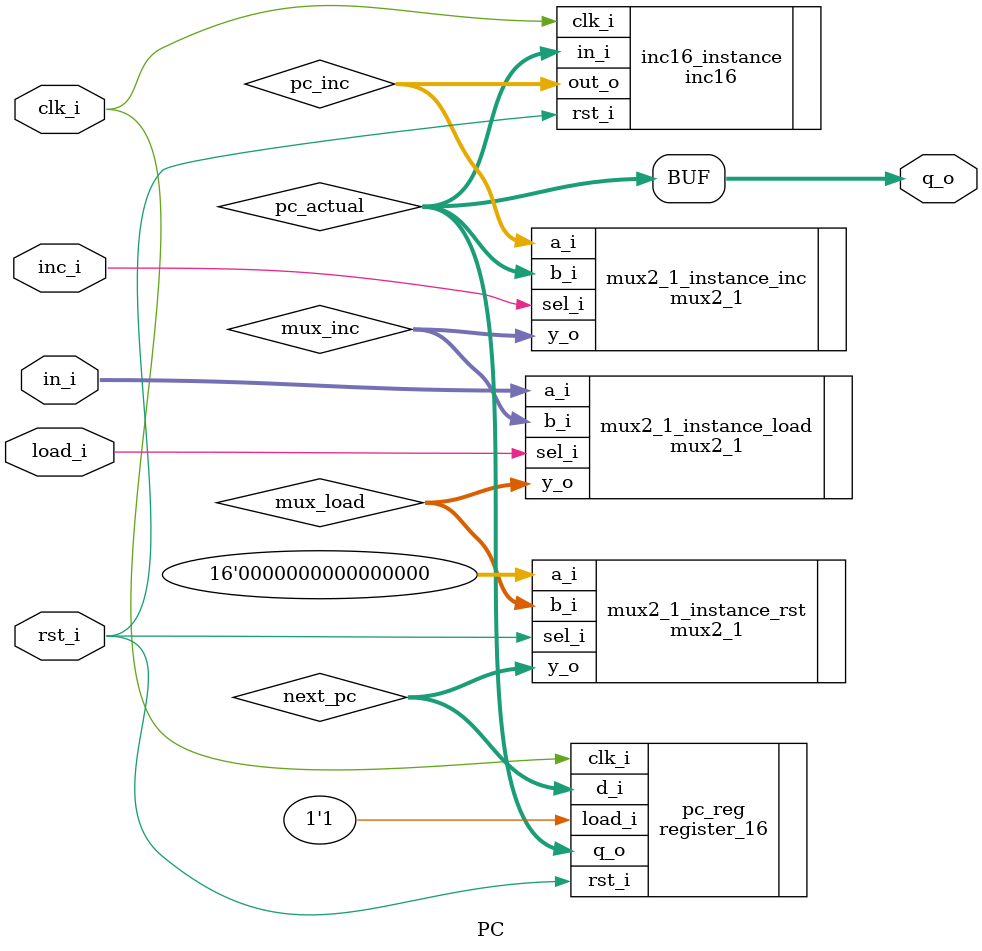
<source format=sv>
module PC
#(
    parameter int WIDTH = 16
)
(
    input logic clk_i,
    input logic rst_i,
    input logic [15:0]in_i,
    input logic load_i,
    input logic inc_i,
    output logic [15:0]q_o
);

// Cables de interconexión (Siguiendo la lógica de la imagen)
    logic [WIDTH-1:0] pc_actual; // El valor actual (out5/out)
    logic [WIDTH-1:0] pc_inc;    // Resultado del incrementador (out1)
    logic [WIDTH-1:0] mux_inc;   // Selección tras 'inc' (out2)
    logic [WIDTH-1:0] mux_load;  // Selección tras 'load' (out3)
    logic [WIDTH-1:0] next_pc;   // Selección tras 'reset' (out4)
    
// Incrementador

inc16 #(.WIDTH(WIDTH))

inc16_instance(
    .clk_i(clk_i),
    .rst_i(rst_i),
    .in_i(pc_actual), // El valor actual del PC se alimenta al incrementador
    .out_o(pc_inc) // La salida del incrementador se conecta a pc_inc
);

// Mux para incremetnar

mux2_1 #(.WIDTH(WIDTH))
mux2_1_instance_inc(
    .sel_i(inc_i), // Si inc_i está activo, seleccionamos la salida del incrementador 
    .a_i(pc_inc), // La entrada a del mux es la salida del incrementador
    .b_i(pc_actual), //
    .y_o(mux_inc) //
);

mux2_1 #(.WIDTH(WIDTH))
mux2_1_instance_load(
    .sel_i(load_i), // Si load_i está activoseleccionamos la salida del mux anterior
    .a_i(in_i), // La entrada a del mux es la entrada in_i, que se usará si load_i está activo
    .b_i(mux_inc), // La entrada b del mux es la salida del mux anterior, que se usará si load_i no está activo
    .y_o(mux_load) //
);

mux2_1 #(.WIDTH(WIDTH))
mux2_1_instance_rst(
    .sel_i(rst_i), // Si rst_i está activo, seleccionamos 0, de lo contrario seleccionamos la salida del mux anterior
    .a_i(16'b0), // La entrada a del mux es 0, que se usará si rst_i está activo
    .b_i(mux_load), // La entrada b del mux es la salida del mux anterior, que se usará si rst_i no está activo
    .y_o(next_pc) //
);


register_16 #(
        .WIDTH(WIDTH)
    ) pc_reg (
        .clk_i(clk_i),
        .rst_i(rst_i),
        .load_i(1'b1), 
        .d_i(next_pc),
        .q_o(pc_actual)
    );

    // Salida final
    assign q_o = pc_actual;

endmodule:PC
</source>
